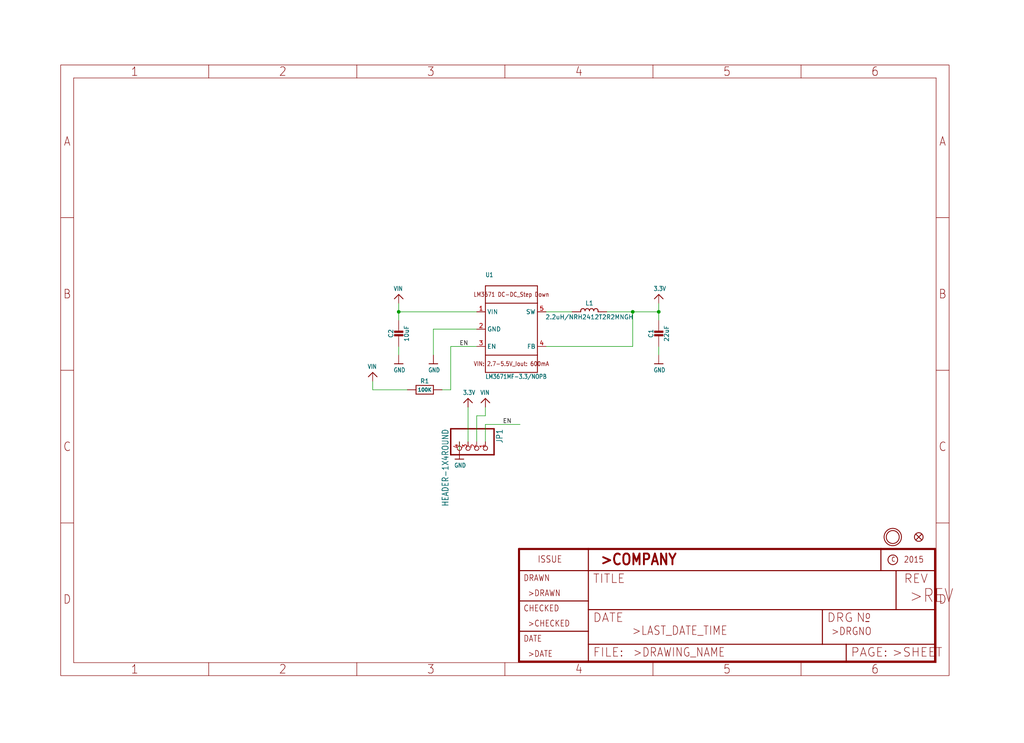
<source format=kicad_sch>
(kicad_sch (version 20211123) (generator eeschema)
  (paper "User" 300.076 217.881)
  (lib_symbols
    (symbol "eagleSchem-eagle-import:3.3V" (power)
      (property "Value" "3.3V" (at -1.524 1.016 0))
      (symbol "3.3V_1_0"
        (polyline (pts (xy -1.27 -1.27) (xy 0 0)) (stroke (width 0.254)))
        (polyline (pts (xy 0 0) (xy 1.27 -1.27)) (stroke (width 0.254)))
        (pin power_in line (at 0 -2.54 90) (length 2.54) (name "3.3V") (number "1"))
      )
    )
    (symbol "eagleSchem-eagle-import:CAP_CERAMIC0805-NOOUTLINE"
      (property "Reference" "C" (at -2.29 1.25 90))
      (property "Value" "CAP_CERAMIC0805-NOOUTLINE" (at 2.3 1.25 90))
      (symbol "CAP_CERAMIC0805-NOOUTLINE_1_0"
        (rectangle (start -1.27 0.508) (end 1.27 1.016) (fill (type outline)))
        (rectangle (start -1.27 1.524) (end 1.27 2.032) (fill (type outline)))
        (polyline (pts (xy 0 0.762) (xy 0 0)) (stroke (width 0.1524)))
        (polyline (pts (xy 0 2.54) (xy 0 1.778)) (stroke (width 0.1524)))
        (pin passive line (at 0 5.08 270) (length 2.54) (name "1") (number "1"))
        (pin passive line (at 0 -2.54 90) (length 2.54) (name "2") (number "2"))
      )
    )
    (symbol "eagleSchem-eagle-import:FIDUCIAL{dblquote}{dblquote}"
      (symbol "FIDUCIAL{dblquote}{dblquote}_1_0"
        (polyline (pts (xy -0.762 0.762) (xy 0.762 -0.762)) (stroke (width 0.254)))
        (polyline (pts (xy 0.762 0.762) (xy -0.762 -0.762)) (stroke (width 0.254)))
        (circle (center 0 0) (radius 1.27) (stroke (width 0.254)))
      )
    )
    (symbol "eagleSchem-eagle-import:FRAME_A4"
      (symbol "FRAME_A4_1_0"
        (polyline (pts (xy 0 44.7675) (xy 3.81 44.7675)))
        (polyline (pts (xy 0 89.535) (xy 3.81 89.535)))
        (polyline (pts (xy 0 134.3025) (xy 3.81 134.3025)))
        (polyline (pts (xy 3.81 3.81) (xy 3.81 175.26)))
        (polyline (pts (xy 43.3917 0) (xy 43.3917 3.81)))
        (polyline (pts (xy 43.3917 175.26) (xy 43.3917 179.07)))
        (polyline (pts (xy 86.7833 0) (xy 86.7833 3.81)))
        (polyline (pts (xy 86.7833 175.26) (xy 86.7833 179.07)))
        (polyline (pts (xy 130.175 0) (xy 130.175 3.81)))
        (polyline (pts (xy 130.175 175.26) (xy 130.175 179.07)))
        (polyline (pts (xy 173.5667 0) (xy 173.5667 3.81)))
        (polyline (pts (xy 173.5667 175.26) (xy 173.5667 179.07)))
        (polyline (pts (xy 216.9583 0) (xy 216.9583 3.81)))
        (polyline (pts (xy 216.9583 175.26) (xy 216.9583 179.07)))
        (polyline (pts (xy 256.54 3.81) (xy 3.81 3.81)))
        (polyline (pts (xy 256.54 3.81) (xy 256.54 8.89)) (stroke (width 0.1016)))
        (polyline (pts (xy 256.54 3.81) (xy 256.54 175.26)))
        (polyline (pts (xy 256.54 8.89) (xy 256.54 13.97)) (stroke (width 0.1016)))
        (polyline (pts (xy 256.54 13.97) (xy 256.54 19.05)) (stroke (width 0.1016)))
        (polyline (pts (xy 256.54 19.05) (xy 256.54 36.83)) (stroke (width 0.1016)))
        (polyline (pts (xy 256.54 44.7675) (xy 260.35 44.7675)))
        (polyline (pts (xy 256.54 89.535) (xy 260.35 89.535)))
        (polyline (pts (xy 256.54 134.3025) (xy 260.35 134.3025)))
        (polyline (pts (xy 256.54 175.26) (xy 3.81 175.26)))
        (polyline (pts (xy 0 0) (xy 260.35 0) (xy 260.35 179.07) (xy 0 179.07) (xy 0 0)))
        (text "1" (at 21.6958 1.905 0) (effects (font (size 2.54 2.286))))
        (text "1" (at 21.6958 177.165 0) (effects (font (size 2.54 2.286))))
        (text "2" (at 65.0875 1.905 0) (effects (font (size 2.54 2.286))))
        (text "2" (at 65.0875 177.165 0) (effects (font (size 2.54 2.286))))
        (text "3" (at 108.4792 1.905 0) (effects (font (size 2.54 2.286))))
        (text "3" (at 108.4792 177.165 0) (effects (font (size 2.54 2.286))))
        (text "4" (at 151.8708 1.905 0) (effects (font (size 2.54 2.286))))
        (text "4" (at 151.8708 177.165 0) (effects (font (size 2.54 2.286))))
        (text "5" (at 195.2625 1.905 0) (effects (font (size 2.54 2.286))))
        (text "5" (at 195.2625 177.165 0) (effects (font (size 2.54 2.286))))
        (text "6" (at 238.6542 1.905 0) (effects (font (size 2.54 2.286))))
        (text "6" (at 238.6542 177.165 0) (effects (font (size 2.54 2.286))))
        (text "A" (at 1.905 156.6863 0) (effects (font (size 2.54 2.286))))
        (text "A" (at 258.445 156.6863 0) (effects (font (size 2.54 2.286))))
        (text "B" (at 1.905 111.9188 0) (effects (font (size 2.54 2.286))))
        (text "B" (at 258.445 111.9188 0) (effects (font (size 2.54 2.286))))
        (text "C" (at 1.905 67.1513 0) (effects (font (size 2.54 2.286))))
        (text "C" (at 258.445 67.1513 0) (effects (font (size 2.54 2.286))))
        (text "D" (at 1.905 22.3838 0) (effects (font (size 2.54 2.286))))
        (text "D" (at 258.445 22.3838 0) (effects (font (size 2.54 2.286))))
      )
      (symbol "FRAME_A4_2_0"
        (polyline (pts (xy -0.3048 1.5748) (xy 20.0152 1.5748)) (stroke (width 0.6096)))
        (polyline (pts (xy -0.3048 10.4648) (xy -0.3048 1.5748)) (stroke (width 0.6096)))
        (polyline (pts (xy -0.3048 10.4648) (xy 20.0152 10.4648)) (stroke (width 0.3048)))
        (polyline (pts (xy -0.3048 19.3548) (xy -0.3048 10.4648)) (stroke (width 0.6096)))
        (polyline (pts (xy -0.3048 19.3548) (xy 20.0152 19.3548)) (stroke (width 0.3048)))
        (polyline (pts (xy -0.3048 28.2448) (xy -0.3048 19.3548)) (stroke (width 0.6096)))
        (polyline (pts (xy -0.3048 28.2448) (xy 20.0152 28.2448)) (stroke (width 0.3048)))
        (polyline (pts (xy -0.3048 34.5948) (xy -0.3048 28.2448)) (stroke (width 0.6096)))
        (polyline (pts (xy 20.0152 1.5748) (xy 20.0152 6.6548)) (stroke (width 0.3048)))
        (polyline (pts (xy 20.0152 1.5748) (xy 95.5802 1.5748)) (stroke (width 0.6096)))
        (polyline (pts (xy 20.0152 6.6548) (xy 20.0152 10.4648)) (stroke (width 0.3048)))
        (polyline (pts (xy 20.0152 6.6548) (xy 88.5952 6.6548)) (stroke (width 0.3048)))
        (polyline (pts (xy 20.0152 10.4648) (xy 20.0152 16.8148)) (stroke (width 0.3048)))
        (polyline (pts (xy 20.0152 16.8148) (xy 20.0152 19.3548)) (stroke (width 0.3048)))
        (polyline (pts (xy 20.0152 19.3548) (xy 20.0152 28.2448)) (stroke (width 0.3048)))
        (polyline (pts (xy 20.0152 28.2448) (xy 20.0152 34.5948)) (stroke (width 0.3048)))
        (polyline (pts (xy 20.0152 28.2448) (xy 105.7402 28.2448)) (stroke (width 0.3048)))
        (polyline (pts (xy 20.0152 34.5948) (xy -0.3048 34.5948)) (stroke (width 0.6096)))
        (polyline (pts (xy 88.5952 6.6548) (xy 95.5802 6.6548)) (stroke (width 0.3048)))
        (polyline (pts (xy 88.5952 16.8148) (xy 20.0152 16.8148)) (stroke (width 0.3048)))
        (polyline (pts (xy 88.5952 16.8148) (xy 88.5952 6.6548)) (stroke (width 0.3048)))
        (polyline (pts (xy 95.5802 1.5748) (xy 121.6152 1.5748)) (stroke (width 0.6096)))
        (polyline (pts (xy 95.5802 6.6548) (xy 95.5802 1.5748)) (stroke (width 0.3048)))
        (polyline (pts (xy 95.5802 6.6548) (xy 121.6152 6.6548)) (stroke (width 0.3048)))
        (polyline (pts (xy 101.2952 13.3223) (xy 102.2477 13.3223)) (stroke (width 0.254)))
        (polyline (pts (xy 105.7402 28.2448) (xy 105.7402 34.5948)) (stroke (width 0.3048)))
        (polyline (pts (xy 105.7402 28.2448) (xy 110.1852 28.2448)) (stroke (width 0.3048)))
        (polyline (pts (xy 105.7402 34.5948) (xy 20.0152 34.5948)) (stroke (width 0.6096)))
        (polyline (pts (xy 110.1852 16.8148) (xy 88.5952 16.8148)) (stroke (width 0.3048)))
        (polyline (pts (xy 110.1852 28.2448) (xy 110.1852 16.8148)) (stroke (width 0.3048)))
        (polyline (pts (xy 110.1852 28.2448) (xy 121.6152 28.2448)) (stroke (width 0.3048)))
        (polyline (pts (xy 121.6152 6.6548) (xy 121.6152 1.5748)) (stroke (width 0.6096)))
        (polyline (pts (xy 121.6152 16.8148) (xy 110.1852 16.8148)) (stroke (width 0.3048)))
        (polyline (pts (xy 121.6152 16.8148) (xy 121.6152 6.6548)) (stroke (width 0.6096)))
        (polyline (pts (xy 121.6152 28.2448) (xy 121.6152 16.8148)) (stroke (width 0.6096)))
        (polyline (pts (xy 121.6152 34.5948) (xy 105.7402 34.5948)) (stroke (width 0.6096)))
        (polyline (pts (xy 121.6152 34.5948) (xy 121.6152 28.2448)) (stroke (width 0.6096)))
        (circle (center 109.2327 31.4198) (radius 1.4199) (stroke (width 0.254)))
        (text "2015" (at 112.4077 30.4673 0) (effects (font (size 1.778 1.5113)) (justify left bottom)))
        (text ">CHECKED" (at 2.2352 11.7348 0) (effects (font (size 1.778 1.5113)) (justify left bottom)))
        (text ">COMPANY" (at 23.349 29.6735 0) (effects (font (size 3.175 2.6987) (thickness 0.5397) bold) (justify left bottom)))
        (text ">DATE" (at 2.2352 2.8448 0) (effects (font (size 1.778 1.5113)) (justify left bottom)))
        (text ">DRAWING_NAME" (at 33.0327 2.8448 0) (effects (font (size 2.54 2.159)) (justify left bottom)))
        (text ">DRAWN" (at 2.2352 20.6248 0) (effects (font (size 1.778 1.5113)) (justify left bottom)))
        (text ">DRGNO" (at 91.1352 9.1948 0) (effects (font (size 2.1844 1.8567)) (justify left bottom)))
        (text ">LAST_DATE_TIME" (at 32.7152 9.1948 0) (effects (font (size 2.54 2.159)) (justify left bottom)))
        (text ">REV" (at 113.9952 18.7198 0) (effects (font (size 3.81 3.2385)) (justify left bottom)))
        (text ">SHEET" (at 108.9152 2.8448 0) (effects (font (size 2.54 2.54)) (justify left bottom)))
        (text "C" (at 108.7564 30.7848 0) (effects (font (size 1.27 1.0795)) (justify left bottom)))
        (text "CHECKED" (at 0.9652 16.1798 0) (effects (font (size 1.778 1.5113)) (justify left bottom)))
        (text "DATE" (at 0.9652 7.2898 0) (effects (font (size 1.778 1.5113)) (justify left bottom)))
        (text "DATE" (at 21.2852 13.0048 0) (effects (font (size 2.54 2.54)) (justify left bottom)))
        (text "DRAWN" (at 0.9652 25.0698 0) (effects (font (size 1.778 1.5113)) (justify left bottom)))
        (text "DRG" (at 89.8652 13.0048 0) (effects (font (size 2.54 2.54)) (justify left bottom)))
        (text "FILE:" (at 21.2852 2.8448 0) (effects (font (size 2.54 2.54)) (justify left bottom)))
        (text "ISSUE" (at 5.0927 30.4673 0) (effects (font (size 1.9304 1.6408)) (justify left bottom)))
        (text "N" (at 98.4377 13.0048 0) (effects (font (size 2.54 2.54)) (justify left bottom)))
        (text "o" (at 100.9777 13.9573 0) (effects (font (size 2.1844 1.8567)) (justify left bottom)))
        (text "PAGE:" (at 96.8502 2.8448 0) (effects (font (size 2.54 2.54)) (justify left bottom)))
        (text "REV" (at 112.4077 24.4348 0) (effects (font (size 2.54 2.54)) (justify left bottom)))
        (text "TITLE" (at 21.2852 24.4348 0) (effects (font (size 2.54 2.54)) (justify left bottom)))
      )
    )
    (symbol "eagleSchem-eagle-import:GND" (power)
      (property "Value" "GND" (at -1.524 -2.54 0))
      (symbol "GND_1_0"
        (polyline (pts (xy -1.27 0) (xy 1.27 0)) (stroke (width 0.254)))
        (pin power_in line (at 0 2.54 270) (length 2.54) (name "GND") (number "1"))
      )
    )
    (symbol "eagleSchem-eagle-import:HEADER-1X4ROUND"
      (property "Reference" "JP" (at -6.35 8.255 0))
      (property "Value" "HEADER-1X4ROUND" (at -6.35 -7.62 0))
      (symbol "HEADER-1X4ROUND_1_0"
        (polyline (pts (xy -6.35 -5.08) (xy 1.27 -5.08)) (stroke (width 0.4064)))
        (polyline (pts (xy -6.35 7.62) (xy -6.35 -5.08)) (stroke (width 0.4064)))
        (polyline (pts (xy 1.27 -5.08) (xy 1.27 7.62)) (stroke (width 0.4064)))
        (polyline (pts (xy 1.27 7.62) (xy -6.35 7.62)) (stroke (width 0.4064)))
        (pin passive inverted (at -2.54 5.08 0) (length 2.54) (name "1") (number "1"))
        (pin passive inverted (at -2.54 2.54 0) (length 2.54) (name "2") (number "2"))
        (pin passive inverted (at -2.54 0 0) (length 2.54) (name "3") (number "3"))
        (pin passive inverted (at -2.54 -2.54 0) (length 2.54) (name "4") (number "4"))
      )
    )
    (symbol "eagleSchem-eagle-import:INDUCTORNRH2412T"
      (property "Reference" "L" (at 0 2.54 0))
      (property "Value" "INDUCTORNRH2412T" (at 0 -1.54 0))
      (symbol "INDUCTORNRH2412T_1_0"
        (arc (start -1.27 0.3175) (mid -1.905 0.9524) (end -2.54 0.3175) (stroke (width 0.254)))
        (polyline (pts (xy -2.54 0.3175) (xy -2.54 0)) (stroke (width 0.254)))
        (polyline (pts (xy 2.54 0.3175) (xy 2.54 0)) (stroke (width 0.254)))
        (arc (start 0 0.3175) (mid -0.635 0.9524) (end -1.27 0.3175) (stroke (width 0.254)))
        (arc (start 1.27 0.3175) (mid 0.635 0.9524) (end 0 0.3175) (stroke (width 0.254)))
        (arc (start 2.54 0.3175) (mid 1.905 0.9524) (end 1.27 0.3175) (stroke (width 0.254)))
        (pin passive line (at -5.08 0 0) (length 2.54) (name "1") (number "1"))
        (pin passive line (at 5.08 0 180) (length 2.54) (name "2") (number "2"))
      )
    )
    (symbol "eagleSchem-eagle-import:MOUNTINGHOLE2.5"
      (symbol "MOUNTINGHOLE2.5_1_0"
        (circle (center 0 0) (radius 1.905) (stroke (width 0.254)))
        (circle (center 0 0) (radius 2.54) (stroke (width 0.254)))
      )
    )
    (symbol "eagleSchem-eagle-import:RESISTOR0805_NOOUTLINE"
      (property "Reference" "R" (at 0 2.54 0))
      (property "Value" "RESISTOR0805_NOOUTLINE" (at 0 0 0))
      (symbol "RESISTOR0805_NOOUTLINE_1_0"
        (polyline (pts (xy -2.54 -1.27) (xy -2.54 1.27)) (stroke (width 0.254)))
        (polyline (pts (xy -2.54 1.27) (xy 2.54 1.27)) (stroke (width 0.254)))
        (polyline (pts (xy 2.54 -1.27) (xy -2.54 -1.27)) (stroke (width 0.254)))
        (polyline (pts (xy 2.54 1.27) (xy 2.54 -1.27)) (stroke (width 0.254)))
        (pin passive line (at -5.08 0 0) (length 2.54) (name "1") (number "1"))
        (pin passive line (at 5.08 0 180) (length 2.54) (name "2") (number "2"))
      )
    )
    (symbol "eagleSchem-eagle-import:VIN" (power)
      (property "Value" "VIN" (at -1.524 1.016 0))
      (symbol "VIN_1_0"
        (polyline (pts (xy -1.27 -1.27) (xy 0 0)) (stroke (width 0.254)))
        (polyline (pts (xy 0 0) (xy 1.27 -1.27)) (stroke (width 0.254)))
        (pin power_in line (at 0 -2.54 90) (length 2.54) (name "VIN") (number "1"))
      )
    )
    (symbol "eagleSchem-eagle-import:VREG_LM3671"
      (property "Reference" "U" (at -7.62 15.24 0))
      (property "Value" "VREG_LM3671" (at -7.62 -14.605 0))
      (symbol "VREG_LM3671_1_0"
        (polyline (pts (xy -7.62 -12.7) (xy 7.62 -12.7)) (stroke (width 0.254)))
        (polyline (pts (xy -7.62 -7.62) (xy -7.62 -12.7)) (stroke (width 0.254)))
        (polyline (pts (xy -7.62 -7.62) (xy -7.62 7.62)) (stroke (width 0.254)))
        (polyline (pts (xy -7.62 7.62) (xy -7.62 12.7)) (stroke (width 0.254)))
        (polyline (pts (xy -7.62 7.62) (xy 7.62 7.62)) (stroke (width 0.254)))
        (polyline (pts (xy -7.62 12.7) (xy 7.62 12.7)) (stroke (width 0.254)))
        (polyline (pts (xy 7.62 -12.7) (xy 7.62 -7.62)) (stroke (width 0.254)))
        (polyline (pts (xy 7.62 -7.62) (xy -7.62 -7.62)) (stroke (width 0.254)))
        (polyline (pts (xy 7.62 7.62) (xy 7.62 -7.62)) (stroke (width 0.254)))
        (polyline (pts (xy 7.62 12.7) (xy 7.62 7.62)) (stroke (width 0.254)))
        (text "LM3671 DC-DC_Step Down" (at 0 10.16 0) (effects (font (size 1.27 1.0795))))
        (text "VIN: 2.7-5.5V_Iout: 600mA" (at 0 -10.16 0) (effects (font (size 1.27 1.0795))))
        (pin power_in line (at -10.16 5.08 0) (length 2.54) (name "VIN") (number "1"))
        (pin power_in line (at -10.16 0 0) (length 2.54) (name "GND") (number "2"))
        (pin input line (at -10.16 -5.08 0) (length 2.54) (name "EN") (number "3"))
        (pin power_in line (at 10.16 -5.08 180) (length 2.54) (name "FB") (number "4"))
        (pin output line (at 10.16 5.08 180) (length 2.54) (name "SW") (number "5"))
      )
    )
  )
  (junction (at 116.84 91.44))
  (junction (at 185.42 91.44))
  (junction (at 193.04 91.44))
  (wire (pts (xy 193.04 91.44) (xy 193.04 88.9)))
  (wire (pts (xy 193.04 101.6) (xy 193.04 104.14)))
  (wire (pts (xy 116.84 91.44) (xy 116.84 93.98)))
  (wire (pts (xy 137.16 129.54) (xy 137.16 119.38)))
  (wire (pts (xy 139.7 129.54) (xy 139.7 121.92)))
  (wire (pts (xy 185.42 91.44) (xy 177.8 91.44)))
  (wire (pts (xy 160.02 101.6) (xy 185.42 101.6)))
  (wire (pts (xy 139.7 121.92) (xy 142.24 121.92)))
  (wire (pts (xy 185.42 101.6) (xy 185.42 91.44)))
  (wire (pts (xy 152.4 124.46) (xy 142.24 124.46)))
  (wire (pts (xy 132.08 101.6) (xy 132.08 114.3)))
  (wire (pts (xy 116.84 91.44) (xy 116.84 88.9)))
  (wire (pts (xy 185.42 91.44) (xy 193.04 91.44)))
  (wire (pts (xy 119.38 114.3) (xy 109.22 114.3)))
  (wire (pts (xy 142.24 121.92) (xy 142.24 119.38)))
  (wire (pts (xy 139.7 96.52) (xy 127 96.52)))
  (wire (pts (xy 139.7 101.6) (xy 132.08 101.6)))
  (wire (pts (xy 116.84 101.6) (xy 116.84 104.14)))
  (wire (pts (xy 134.62 129.54) (xy 134.62 132.08)))
  (wire (pts (xy 167.64 91.44) (xy 160.02 91.44)))
  (wire (pts (xy 109.22 114.3) (xy 109.22 111.76)))
  (wire (pts (xy 132.08 114.3) (xy 129.54 114.3)))
  (wire (pts (xy 116.84 91.44) (xy 139.7 91.44)))
  (wire (pts (xy 142.24 129.54) (xy 142.24 124.46)))
  (wire (pts (xy 127 96.52) (xy 127 104.14)))
  (wire (pts (xy 193.04 91.44) (xy 193.04 93.98)))
  (label "EN" (at 134.62 101.6 0) (effects (font (size 1.2446 1.2446))))
  (label "EN" (at 147.32 124.46 0) (effects (font (size 1.2446 1.2446))))
  (symbol (lib_id "eagleSchem-eagle-import:MOUNTINGHOLE2.5") (at 261.62 157.48 0) (unit 1)
    (property "Reference" "U$9" (effects hide))
    (property "Value" "MOUNTINGHOLE2.5" (effects hide))
    (property "Footprint" "eagleSchem:MOUNTINGHOLE_2.5_PLATED" (effects hide))
  )
  (symbol (lib_id "eagleSchem-eagle-import:FRAME_A4") (at 17.78 198.12 0) (unit 1)
    (property "Reference" "#FRAME1" (effects hide))
    (property "Value" "FRAME_A4" (effects hide))
    (property "Footprint" "eagleSchem:" (effects hide))
  )
  (symbol (lib_id "eagleSchem-eagle-import:3.3V") (at 137.16 116.84 0) (unit 1)
    (property "Reference" "#U$7" (effects hide))
    (property "Value" "3.3V" (at 135.636 115.824 0) (effects (font (size 1.27 1.0795)) (justify left bottom)))
    (property "Footprint" "eagleSchem:" (effects hide))
  )
  (symbol (lib_id "eagleSchem-eagle-import:INDUCTORNRH2412T") (at 172.72 91.44 0) (unit 1)
    (property "Reference" "L1" (at 172.72 88.9 0))
    (property "Value" "2.2uH/NRH2412T2R2MNGH" (at 172.72 92.98 0))
    (property "Footprint" "eagleSchem:INDUCTOR_TAIYOYUDEN_NRH2412T" (effects hide))
  )
  (symbol (lib_id "eagleSchem-eagle-import:VREG_LM3671") (at 149.86 96.52 0) (unit 1)
    (property "Reference" "U1" (at 142.24 81.28 0) (effects (font (size 1.27 1.0795)) (justify left bottom)))
    (property "Value" "LM3671MF-3.3/NOPB" (at 142.24 111.125 0) (effects (font (size 1.27 1.0795)) (justify left bottom)))
    (property "Footprint" "eagleSchem:SOT23-5" (effects hide))
  )
  (symbol (lib_id "eagleSchem-eagle-import:FRAME_A4") (at 152.4 195.58 0) (unit 2)
    (property "Reference" "#FRAME1" (effects hide))
    (property "Value" "FRAME_A4" (effects hide))
    (property "Footprint" "eagleSchem:" (effects hide))
  )
  (symbol (lib_id "eagleSchem-eagle-import:HEADER-1X4ROUND") (at 137.16 132.08 270) (unit 1)
    (property "Reference" "JP1" (at 145.415 125.73 0) (effects (font (size 1.778 1.5113)) (justify left bottom)))
    (property "Value" "HEADER-1X4ROUND" (at 129.54 125.73 0) (effects (font (size 1.778 1.5113)) (justify left bottom)))
    (property "Footprint" "eagleSchem:1X04_ROUND" (effects hide))
  )
  (symbol (lib_id "eagleSchem-eagle-import:GND") (at 134.62 134.62 0) (unit 1)
    (property "Reference" "#U$8" (effects hide))
    (property "Value" "GND" (at 133.096 137.16 0) (effects (font (size 1.27 1.0795)) (justify left bottom)))
    (property "Footprint" "eagleSchem:" (effects hide))
  )
  (symbol (lib_id "eagleSchem-eagle-import:RESISTOR0805_NOOUTLINE") (at 124.46 114.3 0) (unit 1)
    (property "Reference" "R1" (at 124.46 111.76 0))
    (property "Value" "100K" (at 124.46 114.3 0) (effects (font (size 1.016 1.016) bold)))
    (property "Footprint" "eagleSchem:0805-NO" (effects hide))
  )
  (symbol (lib_id "eagleSchem-eagle-import:GND") (at 193.04 106.68 0) (unit 1)
    (property "Reference" "#U$1" (effects hide))
    (property "Value" "GND" (at 191.516 109.22 0) (effects (font (size 1.27 1.0795)) (justify left bottom)))
    (property "Footprint" "eagleSchem:" (effects hide))
  )
  (symbol (lib_id "eagleSchem-eagle-import:GND") (at 116.84 106.68 0) (unit 1)
    (property "Reference" "#U$3" (effects hide))
    (property "Value" "GND" (at 115.316 109.22 0) (effects (font (size 1.27 1.0795)) (justify left bottom)))
    (property "Footprint" "eagleSchem:" (effects hide))
  )
  (symbol (lib_id "eagleSchem-eagle-import:CAP_CERAMIC0805-NOOUTLINE") (at 116.84 99.06 0) (unit 1)
    (property "Reference" "C2" (at 114.55 97.81 90))
    (property "Value" "10uF" (at 119.14 97.81 90))
    (property "Footprint" "eagleSchem:0805-NO" (effects hide))
  )
  (symbol (lib_id "eagleSchem-eagle-import:3.3V") (at 193.04 86.36 0) (unit 1)
    (property "Reference" "#U$2" (effects hide))
    (property "Value" "3.3V" (at 191.516 85.344 0) (effects (font (size 1.27 1.0795)) (justify left bottom)))
    (property "Footprint" "eagleSchem:" (effects hide))
  )
  (symbol (lib_id "eagleSchem-eagle-import:VIN") (at 142.24 116.84 0) (unit 1)
    (property "Reference" "#U$6" (effects hide))
    (property "Value" "VIN" (at 140.716 115.824 0) (effects (font (size 1.27 1.0795)) (justify left bottom)))
    (property "Footprint" "eagleSchem:" (effects hide))
  )
  (symbol (lib_id "eagleSchem-eagle-import:VIN") (at 116.84 86.36 0) (unit 1)
    (property "Reference" "#U$4" (effects hide))
    (property "Value" "VIN" (at 115.316 85.344 0) (effects (font (size 1.27 1.0795)) (justify left bottom)))
    (property "Footprint" "eagleSchem:" (effects hide))
  )
  (symbol (lib_id "eagleSchem-eagle-import:VIN") (at 109.22 109.22 0) (unit 1)
    (property "Reference" "#U$12" (effects hide))
    (property "Value" "VIN" (at 107.696 108.204 0) (effects (font (size 1.27 1.0795)) (justify left bottom)))
    (property "Footprint" "eagleSchem:" (effects hide))
  )
  (symbol (lib_id "eagleSchem-eagle-import:CAP_CERAMIC0805-NOOUTLINE") (at 193.04 99.06 0) (unit 1)
    (property "Reference" "C1" (at 190.75 97.81 90))
    (property "Value" "22uF" (at 195.34 97.81 90))
    (property "Footprint" "eagleSchem:0805-NO" (effects hide))
  )
  (symbol (lib_id "eagleSchem-eagle-import:GND") (at 127 106.68 0) (unit 1)
    (property "Reference" "#U$5" (effects hide))
    (property "Value" "GND" (at 125.476 109.22 0) (effects (font (size 1.27 1.0795)) (justify left bottom)))
    (property "Footprint" "eagleSchem:" (effects hide))
  )
  (symbol (lib_id "eagleSchem-eagle-import:FIDUCIAL{dblquote}{dblquote}") (at 269.24 157.48 0) (unit 1)
    (property "Reference" "FID1" (effects hide))
    (property "Value" "FIDUCIAL{dblquote}{dblquote}" (effects hide))
    (property "Footprint" "eagleSchem:FIDUCIAL_1MM" (effects hide))
  )
)
</source>
